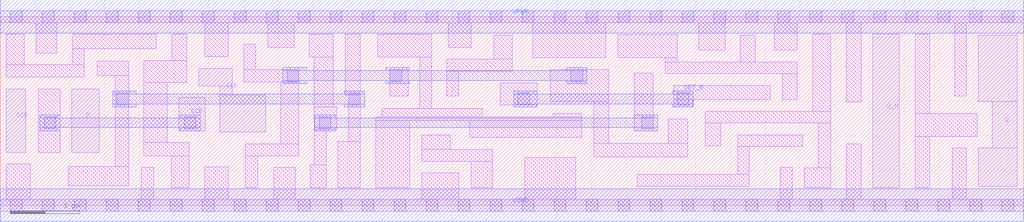
<source format=lef>
# Copyright 2020 The SkyWater PDK Authors
#
# Licensed under the Apache License, Version 2.0 (the "License");
# you may not use this file except in compliance with the License.
# You may obtain a copy of the License at
#
#     https://www.apache.org/licenses/LICENSE-2.0
#
# Unless required by applicable law or agreed to in writing, software
# distributed under the License is distributed on an "AS IS" BASIS,
# WITHOUT WARRANTIES OR CONDITIONS OF ANY KIND, either express or implied.
# See the License for the specific language governing permissions and
# limitations under the License.
#
# SPDX-License-Identifier: Apache-2.0

VERSION 5.7 ;
  NAMESCASESENSITIVE ON ;
  NOWIREEXTENSIONATPIN ON ;
  DIVIDERCHAR "/" ;
  BUSBITCHARS "[]" ;
UNITS
  DATABASE MICRONS 200 ;
END UNITS
PROPERTYDEFINITIONS
  MACRO maskLayoutSubType STRING ;
  MACRO prCellType STRING ;
  MACRO originalViewName STRING ;
END PROPERTYDEFINITIONS
MACRO sky130_fd_sc_hdll__sdfsbp_1
  CLASS CORE ;
  FOREIGN sky130_fd_sc_hdll__sdfsbp_1 ;
  ORIGIN  0.000000  0.000000 ;
  SIZE  14.72000 BY  2.720000 ;
  SYMMETRY X Y R90 ;
  SITE unithd ;
  PIN CLK
    ANTENNAGATEAREA  0.178200 ;
    DIRECTION INPUT ;
    USE SIGNAL ;
    PORT
      LAYER li1 ;
        RECT 2.855000 1.720000 3.335000 1.970000 ;
        RECT 3.155000 1.055000 3.815000 1.590000 ;
        RECT 3.155000 1.590000 3.335000 1.720000 ;
    END
  END CLK
  PIN D
    ANTENNAGATEAREA  0.178200 ;
    DIRECTION INPUT ;
    USE SIGNAL ;
    PORT
      LAYER li1 ;
        RECT 1.030000 0.765000 1.425000 1.675000 ;
    END
  END D
  PIN Q
    ANTENNADIFFAREA  0.439000 ;
    DIRECTION OUTPUT ;
    USE SIGNAL ;
    PORT
      LAYER li1 ;
        RECT 14.065000 0.275000 14.625000 0.825000 ;
        RECT 14.065000 1.495000 14.625000 2.450000 ;
        RECT 14.270000 0.825000 14.625000 1.495000 ;
    END
  END Q
  PIN Q_N
    ANTENNADIFFAREA  0.471500 ;
    DIRECTION OUTPUT ;
    USE SIGNAL ;
    PORT
      LAYER li1 ;
        RECT 12.550000 0.255000 12.930000 2.465000 ;
    END
  END Q_N
  PIN SCD
    ANTENNAGATEAREA  0.178200 ;
    DIRECTION INPUT ;
    USE SIGNAL ;
    PORT
      LAYER li1 ;
        RECT 0.085000 0.765000 0.365000 1.675000 ;
    END
  END SCD
  PIN SCE
    ANTENNAGATEAREA  0.356400 ;
    DIRECTION INPUT ;
    USE SIGNAL ;
    PORT
      LAYER met1 ;
        RECT 0.570000 1.075000 0.860000 1.120000 ;
        RECT 0.570000 1.120000 2.875000 1.260000 ;
        RECT 0.570000 1.260000 0.860000 1.305000 ;
        RECT 2.585000 1.075000 2.875000 1.120000 ;
        RECT 2.585000 1.260000 2.875000 1.305000 ;
    END
  END SCE
  PIN SET_B
    ANTENNAGATEAREA  0.277200 ;
    DIRECTION INPUT ;
    USE SIGNAL ;
    PORT
      LAYER met1 ;
        RECT 7.385000 1.415000 7.725000 1.460000 ;
        RECT 7.385000 1.460000 9.965000 1.600000 ;
        RECT 7.385000 1.600000 7.725000 1.645000 ;
        RECT 9.675000 1.415000 9.965000 1.460000 ;
        RECT 9.675000 1.600000 9.965000 1.645000 ;
    END
  END SET_B
  PIN VGND
    DIRECTION INOUT ;
    USE GROUND ;
    PORT
      LAYER met1 ;
        RECT 0.000000 -0.240000 14.720000 0.240000 ;
    END
  END VGND
  PIN VPWR
    DIRECTION INOUT ;
    USE POWER ;
    PORT
      LAYER met1 ;
        RECT 0.000000 2.480000 14.720000 2.960000 ;
    END
  END VPWR
  OBS
    LAYER li1 ;
      RECT  0.000000 -0.085000 14.720000 0.085000 ;
      RECT  0.000000  2.635000 14.720000 2.805000 ;
      RECT  0.085000  0.085000  0.430000 0.595000 ;
      RECT  0.085000  1.845000  1.205000 2.025000 ;
      RECT  0.085000  2.025000  0.345000 2.465000 ;
      RECT  0.515000  2.195000  0.815000 2.635000 ;
      RECT  0.550000  0.765000  0.860000 1.675000 ;
      RECT  0.975000  0.280000  1.845000 0.560000 ;
      RECT  1.035000  2.025000  1.205000 2.255000 ;
      RECT  1.035000  2.255000  2.245000 2.465000 ;
      RECT  1.395000  1.870000  1.845000 2.075000 ;
      RECT  1.655000  0.560000  1.845000 1.870000 ;
      RECT  2.025000  0.085000  2.205000 0.545000 ;
      RECT  2.065000  0.715000  2.715000 0.905000 ;
      RECT  2.065000  0.905000  2.400000 1.770000 ;
      RECT  2.065000  1.770000  2.685000 2.085000 ;
      RECT  2.460000  0.255000  2.715000 0.715000 ;
      RECT  2.470000  2.085000  2.685000 2.465000 ;
      RECT  2.570000  1.075000  2.950000 1.550000 ;
      RECT  2.940000  0.085000  3.280000 0.555000 ;
      RECT  2.940000  2.140000  3.280000 2.635000 ;
      RECT  3.505000  1.775000  4.295000 1.955000 ;
      RECT  3.505000  1.955000  3.675000 2.325000 ;
      RECT  3.520000  0.255000  3.705000 0.715000 ;
      RECT  3.520000  0.715000  4.295000 0.885000 ;
      RECT  3.845000  2.275000  4.225000 2.635000 ;
      RECT  3.930000  0.085000  4.240000 0.545000 ;
      RECT  4.035000  0.885000  4.295000 1.775000 ;
      RECT  4.445000  2.135000  4.790000 2.465000 ;
      RECT  4.460000  0.255000  4.685000 0.585000 ;
      RECT  4.515000  0.585000  4.685000 1.090000 ;
      RECT  4.515000  1.090000  4.840000 1.420000 ;
      RECT  4.515000  1.420000  4.790000 2.135000 ;
      RECT  4.855000  0.255000  5.180000 0.920000 ;
      RECT  4.960000  1.590000  5.180000 2.465000 ;
      RECT  5.010000  0.920000  5.180000 1.590000 ;
      RECT  5.400000  0.255000  5.890000 1.225000 ;
      RECT  5.400000  1.225000  8.360000 1.275000 ;
      RECT  5.430000  2.135000  6.205000 2.465000 ;
      RECT  5.485000  1.275000  6.935000 1.395000 ;
      RECT  5.605000  1.575000  5.865000 1.955000 ;
      RECT  6.035000  1.395000  6.205000 2.135000 ;
      RECT  6.060000  0.085000  6.595000 0.465000 ;
      RECT  6.060000  0.635000  7.085000 0.805000 ;
      RECT  6.060000  0.805000  6.475000 1.015000 ;
      RECT  6.425000  1.575000  6.595000 1.935000 ;
      RECT  6.425000  1.935000  7.365000 2.105000 ;
      RECT  6.445000  2.275000  6.775000 2.635000 ;
      RECT  6.750000  0.975000  8.360000 1.225000 ;
      RECT  6.775000  0.255000  7.085000 0.635000 ;
      RECT  7.100000  2.105000  7.365000 2.450000 ;
      RECT  7.190000  1.445000  7.725000 1.765000 ;
      RECT  7.540000  0.085000  8.275000 0.690000 ;
      RECT  7.655000  2.125000  8.710000 2.635000 ;
      RECT  7.910000  1.495000  8.755000 1.955000 ;
      RECT  7.950000  1.275000  8.360000 1.325000 ;
      RECT  8.535000  0.695000  9.890000 0.895000 ;
      RECT  8.535000  0.895000  8.755000 1.495000 ;
      RECT  8.880000  2.125000  9.735000 2.460000 ;
      RECT  9.115000  1.075000  9.395000 1.905000 ;
      RECT  9.160000  0.275000 10.775000 0.445000 ;
      RECT  9.565000  1.895000 11.465000 2.065000 ;
      RECT  9.565000  2.065000  9.735000 2.125000 ;
      RECT  9.610000  0.895000  9.890000 1.245000 ;
      RECT  9.685000  1.415000  9.960000 1.525000 ;
      RECT  9.685000  1.525000 11.075000 1.725000 ;
      RECT 10.045000  2.235000 10.425000 2.635000 ;
      RECT 10.140000  0.855000 10.365000 1.185000 ;
      RECT 10.140000  1.185000 11.945000 1.355000 ;
      RECT 10.605000  0.445000 10.775000 0.845000 ;
      RECT 10.605000  0.845000 11.545000 1.015000 ;
      RECT 10.645000  2.065000 10.860000 2.450000 ;
      RECT 11.135000  2.235000 11.465000 2.635000 ;
      RECT 11.220000  0.085000 11.390000 0.545000 ;
      RECT 11.245000  1.525000 11.465000 1.895000 ;
      RECT 11.560000  0.255000 11.945000 0.540000 ;
      RECT 11.685000  1.355000 11.945000 2.465000 ;
      RECT 11.765000  0.540000 11.945000 1.185000 ;
      RECT 12.170000  0.085000 12.380000 0.885000 ;
      RECT 12.170000  1.485000 12.380000 2.635000 ;
      RECT 13.160000  0.255000 13.370000 0.995000 ;
      RECT 13.160000  0.995000 14.050000 1.325000 ;
      RECT 13.160000  1.325000 13.370000 2.465000 ;
      RECT 13.690000  0.085000 13.895000 0.825000 ;
      RECT 13.725000  1.575000 13.895000 2.635000 ;
    LAYER mcon ;
      RECT  0.145000 -0.085000  0.315000 0.085000 ;
      RECT  0.145000  2.635000  0.315000 2.805000 ;
      RECT  0.605000 -0.085000  0.775000 0.085000 ;
      RECT  0.605000  2.635000  0.775000 2.805000 ;
      RECT  0.630000  1.105000  0.800000 1.275000 ;
      RECT  1.065000 -0.085000  1.235000 0.085000 ;
      RECT  1.065000  2.635000  1.235000 2.805000 ;
      RECT  1.525000 -0.085000  1.695000 0.085000 ;
      RECT  1.525000  2.635000  1.695000 2.805000 ;
      RECT  1.675000  1.445000  1.845000 1.615000 ;
      RECT  1.985000 -0.085000  2.155000 0.085000 ;
      RECT  1.985000  2.635000  2.155000 2.805000 ;
      RECT  2.445000 -0.085000  2.615000 0.085000 ;
      RECT  2.445000  2.635000  2.615000 2.805000 ;
      RECT  2.645000  1.105000  2.815000 1.275000 ;
      RECT  2.905000 -0.085000  3.075000 0.085000 ;
      RECT  2.905000  2.635000  3.075000 2.805000 ;
      RECT  3.365000 -0.085000  3.535000 0.085000 ;
      RECT  3.365000  2.635000  3.535000 2.805000 ;
      RECT  3.825000 -0.085000  3.995000 0.085000 ;
      RECT  3.825000  2.635000  3.995000 2.805000 ;
      RECT  4.125000  1.785000  4.295000 1.955000 ;
      RECT  4.285000 -0.085000  4.455000 0.085000 ;
      RECT  4.285000  2.635000  4.455000 2.805000 ;
      RECT  4.585000  1.105000  4.755000 1.275000 ;
      RECT  4.745000 -0.085000  4.915000 0.085000 ;
      RECT  4.745000  2.635000  4.915000 2.805000 ;
      RECT  5.010000  1.445000  5.180000 1.615000 ;
      RECT  5.205000 -0.085000  5.375000 0.085000 ;
      RECT  5.205000  2.635000  5.375000 2.805000 ;
      RECT  5.605000  1.785000  5.775000 1.955000 ;
      RECT  5.665000 -0.085000  5.835000 0.085000 ;
      RECT  5.665000  2.635000  5.835000 2.805000 ;
      RECT  6.125000 -0.085000  6.295000 0.085000 ;
      RECT  6.125000  2.635000  6.295000 2.805000 ;
      RECT  6.585000 -0.085000  6.755000 0.085000 ;
      RECT  6.585000  2.635000  6.755000 2.805000 ;
      RECT  7.045000 -0.085000  7.215000 0.085000 ;
      RECT  7.045000  2.635000  7.215000 2.805000 ;
      RECT  7.445000  1.445000  7.615000 1.615000 ;
      RECT  7.505000 -0.085000  7.675000 0.085000 ;
      RECT  7.505000  2.635000  7.675000 2.805000 ;
      RECT  7.965000 -0.085000  8.135000 0.085000 ;
      RECT  7.965000  2.635000  8.135000 2.805000 ;
      RECT  8.205000  1.785000  8.375000 1.955000 ;
      RECT  8.425000 -0.085000  8.595000 0.085000 ;
      RECT  8.425000  2.635000  8.595000 2.805000 ;
      RECT  8.885000 -0.085000  9.055000 0.085000 ;
      RECT  8.885000  2.635000  9.055000 2.805000 ;
      RECT  9.225000  1.105000  9.395000 1.275000 ;
      RECT  9.345000 -0.085000  9.515000 0.085000 ;
      RECT  9.345000  2.635000  9.515000 2.805000 ;
      RECT  9.735000  1.445000  9.905000 1.615000 ;
      RECT  9.805000 -0.085000  9.975000 0.085000 ;
      RECT  9.805000  2.635000  9.975000 2.805000 ;
      RECT 10.265000 -0.085000 10.435000 0.085000 ;
      RECT 10.265000  2.635000 10.435000 2.805000 ;
      RECT 10.725000 -0.085000 10.895000 0.085000 ;
      RECT 10.725000  2.635000 10.895000 2.805000 ;
      RECT 11.185000 -0.085000 11.355000 0.085000 ;
      RECT 11.185000  2.635000 11.355000 2.805000 ;
      RECT 11.645000 -0.085000 11.815000 0.085000 ;
      RECT 11.645000  2.635000 11.815000 2.805000 ;
      RECT 12.105000 -0.085000 12.275000 0.085000 ;
      RECT 12.105000  2.635000 12.275000 2.805000 ;
      RECT 12.565000 -0.085000 12.735000 0.085000 ;
      RECT 12.565000  2.635000 12.735000 2.805000 ;
      RECT 13.025000 -0.085000 13.195000 0.085000 ;
      RECT 13.025000  2.635000 13.195000 2.805000 ;
      RECT 13.485000 -0.085000 13.655000 0.085000 ;
      RECT 13.485000  2.635000 13.655000 2.805000 ;
      RECT 13.945000 -0.085000 14.115000 0.085000 ;
      RECT 13.945000  2.635000 14.115000 2.805000 ;
      RECT 14.405000 -0.085000 14.575000 0.085000 ;
      RECT 14.405000  2.635000 14.575000 2.805000 ;
    LAYER met1 ;
      RECT 1.615000 1.415000 1.955000 1.460000 ;
      RECT 1.615000 1.460000 5.240000 1.600000 ;
      RECT 1.615000 1.600000 1.955000 1.645000 ;
      RECT 4.065000 1.755000 4.405000 1.800000 ;
      RECT 4.065000 1.800000 8.435000 1.940000 ;
      RECT 4.065000 1.940000 4.405000 1.985000 ;
      RECT 4.525000 1.075000 4.815000 1.120000 ;
      RECT 4.525000 1.120000 9.455000 1.260000 ;
      RECT 4.525000 1.260000 4.815000 1.305000 ;
      RECT 4.950000 1.415000 5.240000 1.460000 ;
      RECT 4.950000 1.600000 5.240000 1.645000 ;
      RECT 5.545000 1.755000 5.885000 1.800000 ;
      RECT 5.545000 1.940000 5.885000 1.985000 ;
      RECT 8.145000 1.755000 8.435000 1.800000 ;
      RECT 8.145000 1.940000 8.435000 1.985000 ;
      RECT 9.115000 1.075000 9.455000 1.120000 ;
      RECT 9.115000 1.260000 9.455000 1.305000 ;
  END
  PROPERTY maskLayoutSubType "abstract" ;
  PROPERTY prCellType "standard" ;
  PROPERTY originalViewName "layout" ;
END sky130_fd_sc_hdll__sdfsbp_1
END LIBRARY

</source>
